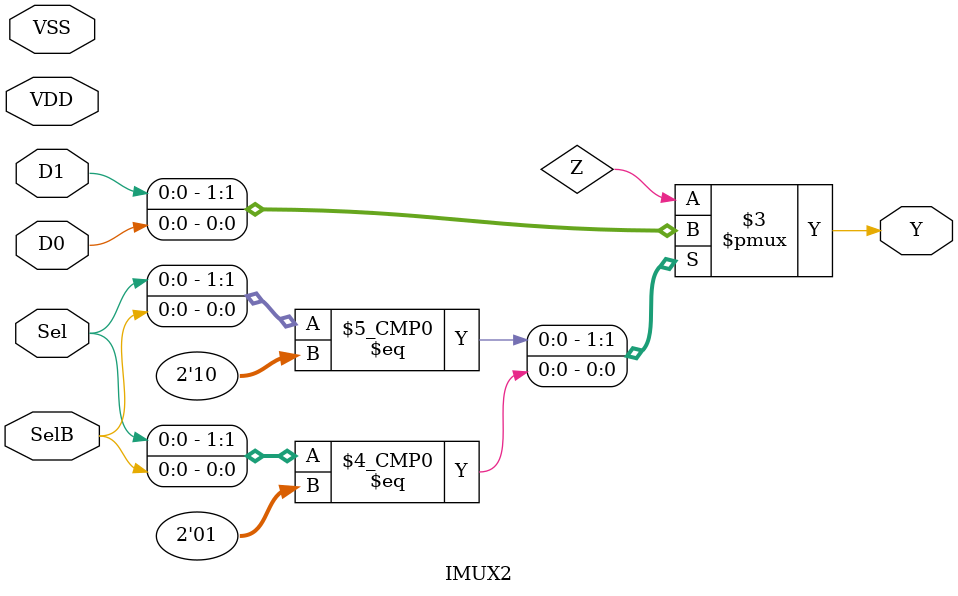
<source format=v>
module IMUX2(Y, D0, D1, Sel, SelB, VDD, VSS );
  input D0, D1, Sel, SelB;
  output Y;
  inout VDD, VSS;

  always
    begin
      case({Sel,SelB})
        2'b10 : Y=D1;
        2'b01 : Y=D0;
        default : Y=Z;
      endcase
    end
endmodule

</source>
